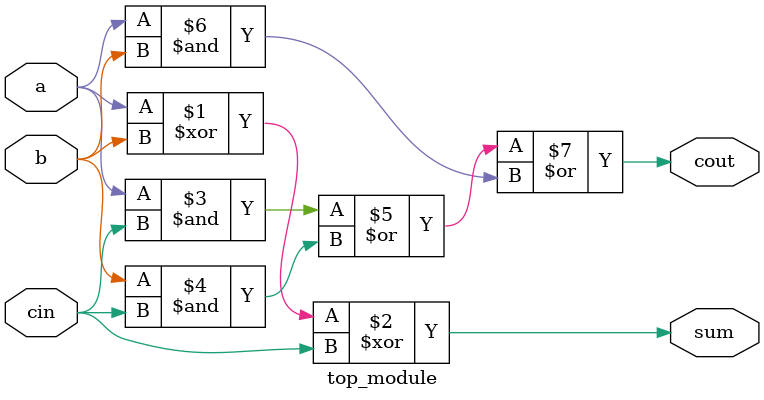
<source format=v>
module top_module( 
    input a, b, cin,
    output cout, sum );
    
    assign {cout , sum} = {(a & cin) | (b & cin) | (a & b) , a ^ b ^ cin};

endmodule

</source>
